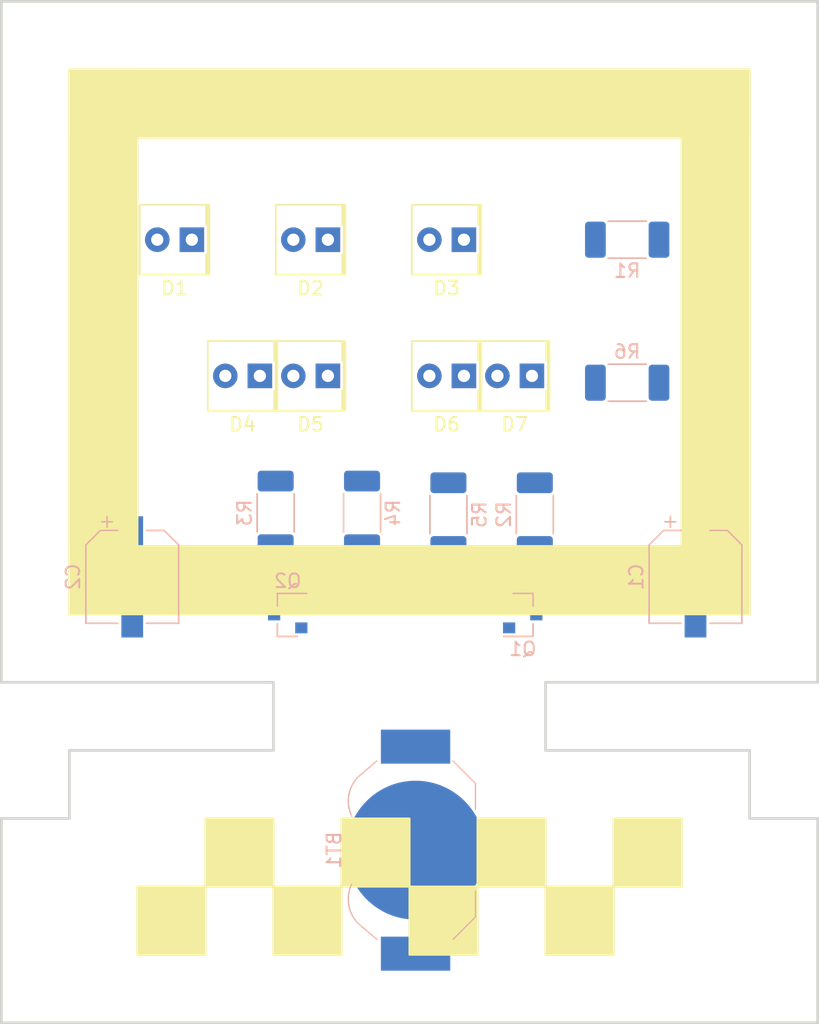
<source format=kicad_pcb>
(kicad_pcb (version 20171130) (host pcbnew "(6.0.0-rc1-dev-1198-gf6cdcc1db)")

  (general
    (thickness 1.6)
    (drawings 28)
    (tracks 0)
    (zones 0)
    (modules 18)
    (nets 14)
  )

  (page A4)
  (layers
    (0 F.Cu signal)
    (31 B.Cu signal)
    (32 B.Adhes user)
    (33 F.Adhes user)
    (34 B.Paste user)
    (35 F.Paste user hide)
    (36 B.SilkS user)
    (37 F.SilkS user hide)
    (38 B.Mask user)
    (39 F.Mask user hide)
    (40 Dwgs.User user hide)
    (41 Cmts.User user hide)
    (42 Eco1.User user hide)
    (43 Eco2.User user hide)
    (44 Edge.Cuts user)
    (45 Margin user hide)
    (46 B.CrtYd user)
    (47 F.CrtYd user hide)
    (48 B.Fab user)
    (49 F.Fab user)
  )

  (setup
    (last_trace_width 0.25)
    (trace_clearance 0.2)
    (zone_clearance 0.508)
    (zone_45_only no)
    (trace_min 0.2)
    (via_size 0.8)
    (via_drill 0.4)
    (via_min_size 0.4)
    (via_min_drill 0.3)
    (uvia_size 0.3)
    (uvia_drill 0.1)
    (uvias_allowed no)
    (uvia_min_size 0.2)
    (uvia_min_drill 0.1)
    (edge_width 0.2)
    (segment_width 0.2)
    (pcb_text_width 0.3)
    (pcb_text_size 1.5 1.5)
    (mod_edge_width 0.15)
    (mod_text_size 1 1)
    (mod_text_width 0.15)
    (pad_size 1.524 1.524)
    (pad_drill 0.762)
    (pad_to_mask_clearance 0.051)
    (solder_mask_min_width 0.25)
    (aux_axis_origin 0 0)
    (grid_origin 22 22)
    (visible_elements FFFFEF7F)
    (pcbplotparams
      (layerselection 0x010fc_ffffffff)
      (usegerberextensions false)
      (usegerberattributes false)
      (usegerberadvancedattributes false)
      (creategerberjobfile false)
      (excludeedgelayer true)
      (linewidth 0.100000)
      (plotframeref false)
      (viasonmask false)
      (mode 1)
      (useauxorigin false)
      (hpglpennumber 1)
      (hpglpenspeed 20)
      (hpglpendiameter 15.000000)
      (psnegative false)
      (psa4output false)
      (plotreference true)
      (plotvalue true)
      (plotinvisibletext false)
      (padsonsilk false)
      (subtractmaskfromsilk false)
      (outputformat 1)
      (mirror false)
      (drillshape 1)
      (scaleselection 1)
      (outputdirectory ""))
  )

  (net 0 "")
  (net 1 VCC)
  (net 2 GND)
  (net 3 "Net-(C1-Pad1)")
  (net 4 "Net-(C1-Pad2)")
  (net 5 "Net-(C2-Pad2)")
  (net 6 "Net-(C2-Pad1)")
  (net 7 "Net-(D1-Pad1)")
  (net 8 "Net-(D2-Pad1)")
  (net 9 "Net-(D3-Pad1)")
  (net 10 "Net-(D4-Pad1)")
  (net 11 "Net-(D5-Pad1)")
  (net 12 "Net-(D6-Pad1)")
  (net 13 "Net-(D7-Pad1)")

  (net_class Default "This is the default net class."
    (clearance 0.2)
    (trace_width 0.25)
    (via_dia 0.8)
    (via_drill 0.4)
    (uvia_dia 0.3)
    (uvia_drill 0.1)
    (add_net GND)
    (add_net "Net-(C1-Pad1)")
    (add_net "Net-(C1-Pad2)")
    (add_net "Net-(C2-Pad1)")
    (add_net "Net-(C2-Pad2)")
    (add_net "Net-(D1-Pad1)")
    (add_net "Net-(D2-Pad1)")
    (add_net "Net-(D3-Pad1)")
    (add_net "Net-(D4-Pad1)")
    (add_net "Net-(D5-Pad1)")
    (add_net "Net-(D6-Pad1)")
    (add_net "Net-(D7-Pad1)")
    (add_net VCC)
  )

  (module LED_THT:LED_Rectangular_W5.0mm_H5.0mm (layer F.Cu) (tedit 587A3A7B) (tstamp 5C0BE7BB)
    (at 46 39.5 180)
    (descr "LED_Rectangular, Rectangular,  Rectangular size 5.0x5.0mm^2, 2 pins, http://www.kingbright.com/attachments/file/psearch/000/00/00/L-169XCGDK(Ver.9B).pdf")
    (tags "LED_Rectangular Rectangular  Rectangular size 5.0x5.0mm^2 2 pins")
    (path /5BF4BD21)
    (fp_text reference D6 (at 1.27 -3.56 180) (layer F.SilkS)
      (effects (font (size 1 1) (thickness 0.15)))
    )
    (fp_text value LED (at 1.27 3.56 180) (layer F.Fab)
      (effects (font (size 1 1) (thickness 0.15)))
    )
    (fp_line (start 4.1 -2.85) (end -1.55 -2.85) (layer F.CrtYd) (width 0.05))
    (fp_line (start 4.1 2.85) (end 4.1 -2.85) (layer F.CrtYd) (width 0.05))
    (fp_line (start -1.55 2.85) (end 4.1 2.85) (layer F.CrtYd) (width 0.05))
    (fp_line (start -1.55 -2.85) (end -1.55 2.85) (layer F.CrtYd) (width 0.05))
    (fp_line (start -1.051 1.08) (end -1.051 2.56) (layer F.SilkS) (width 0.12))
    (fp_line (start -1.051 -2.56) (end -1.051 -1.08) (layer F.SilkS) (width 0.12))
    (fp_line (start -1.17 -2.56) (end -1.17 2.56) (layer F.SilkS) (width 0.12))
    (fp_line (start 3.83 -2.56) (end 3.83 2.56) (layer F.SilkS) (width 0.12))
    (fp_line (start -1.29 -2.56) (end -1.29 2.56) (layer F.SilkS) (width 0.12))
    (fp_line (start -1.29 2.56) (end 3.83 2.56) (layer F.SilkS) (width 0.12))
    (fp_line (start -1.29 -2.56) (end 3.83 -2.56) (layer F.SilkS) (width 0.12))
    (fp_line (start 3.77 -2.5) (end -1.23 -2.5) (layer F.Fab) (width 0.1))
    (fp_line (start 3.77 2.5) (end 3.77 -2.5) (layer F.Fab) (width 0.1))
    (fp_line (start -1.23 2.5) (end 3.77 2.5) (layer F.Fab) (width 0.1))
    (fp_line (start -1.23 -2.5) (end -1.23 2.5) (layer F.Fab) (width 0.1))
    (pad 2 thru_hole circle (at 2.54 0 180) (size 1.8 1.8) (drill 0.9) (layers *.Cu *.Mask)
      (net 11 "Net-(D5-Pad1)"))
    (pad 1 thru_hole rect (at 0 0 180) (size 1.8 1.8) (drill 0.9) (layers *.Cu *.Mask)
      (net 12 "Net-(D6-Pad1)"))
    (model ${KISYS3DMOD}/LED_THT.3dshapes/LED_Rectangular_W5.0mm_H5.0mm.wrl
      (at (xyz 0 0 0))
      (scale (xyz 1 1 1))
      (rotate (xyz 0 0 0))
    )
  )

  (module Battery:BatteryHolder_LINX_BAT-HLD-012-SMT (layer B.Cu) (tedit 5B256044) (tstamp 5BF5735D)
    (at 42.447 74.324 90)
    (descr "SMT battery holder for CR1216/1220/1225, https://linxtechnologies.com/wp/wp-content/uploads/bat-hld-012-smt.pdf")
    (tags "battery holder coin cell cr1216 cr1220 cr1225")
    (path /5BF3CB03)
    (attr smd)
    (fp_text reference BT1 (at 0 -6 90) (layer B.SilkS)
      (effects (font (size 1 1) (thickness 0.15)) (justify mirror))
    )
    (fp_text value Battery_Cell (at 0 7 90) (layer B.Fab)
      (effects (font (size 1 1) (thickness 0.15)) (justify mirror))
    )
    (fp_line (start 6.55 -2.85) (end 5.4 -4.2) (layer B.SilkS) (width 0.1))
    (fp_line (start -6.55 -2.85) (end -5.4 -4.2) (layer B.SilkS) (width 0.1))
    (fp_line (start -4.9 4.4) (end -3 4.4) (layer B.SilkS) (width 0.1))
    (fp_line (start 4.9 4.4) (end 3 4.4) (layer B.SilkS) (width 0.1))
    (fp_line (start 4.9 4.4) (end 6.55 2.75) (layer B.SilkS) (width 0.1))
    (fp_line (start -6.55 2.75) (end -4.9 4.4) (layer B.SilkS) (width 0.1))
    (fp_line (start 6.55 2.75) (end 6.75 2.75) (layer B.Fab) (width 0.1))
    (fp_line (start 6.55 2.75) (end 6.7 2.9) (layer B.Fab) (width 0.1))
    (fp_line (start 5.05 4.55) (end 4.9 4.4) (layer B.Fab) (width 0.1))
    (fp_line (start -5.05 4.55) (end -4.9 4.4) (layer B.Fab) (width 0.1))
    (fp_line (start -6.55 2.75) (end -6.7 2.9) (layer B.Fab) (width 0.1))
    (fp_line (start -6.75 2.75) (end -6.55 2.75) (layer B.Fab) (width 0.1))
    (fp_line (start 6.75 -2.85) (end 6.55 -2.85) (layer B.Fab) (width 0.1))
    (fp_line (start -6.75 -2.85) (end -6.55 -2.85) (layer B.Fab) (width 0.1))
    (fp_line (start -3.55 -6.75) (end -7.25 -3.05) (layer B.CrtYd) (width 0.05))
    (fp_line (start 3.55 -6.75) (end 7.25 -3.05) (layer B.CrtYd) (width 0.05))
    (fp_line (start -3.55 -6.75) (end 3.55 -6.75) (layer B.CrtYd) (width 0.05))
    (fp_line (start 9.35 -3.05) (end 7.25 -3.05) (layer B.CrtYd) (width 0.05))
    (fp_line (start 9.35 3.05) (end 9.35 -3.05) (layer B.CrtYd) (width 0.05))
    (fp_line (start 7.25 3.05) (end 9.35 3.05) (layer B.CrtYd) (width 0.05))
    (fp_line (start 3.55 6.75) (end 7.25 3.05) (layer B.CrtYd) (width 0.05))
    (fp_line (start -3.55 6.75) (end 3.55 6.75) (layer B.CrtYd) (width 0.05))
    (fp_line (start -7.25 3.05) (end -3.55 6.75) (layer B.CrtYd) (width 0.05))
    (fp_line (start -9.35 -3.05) (end -7.25 -3.05) (layer B.CrtYd) (width 0.05))
    (fp_line (start -9.35 3.05) (end -7.25 3.05) (layer B.CrtYd) (width 0.05))
    (fp_line (start -9.35 -3.05) (end -9.35 3.05) (layer B.CrtYd) (width 0.05))
    (fp_circle (center 0 0) (end -6.25 0) (layer B.Fab) (width 0.1))
    (fp_arc (start 0 -6) (end -1.8 -4.2) (angle -90) (layer B.Fab) (width 0.1))
    (fp_arc (start 3.6 -2.4) (end 5.4 -4.2) (angle -70.55996517) (layer B.SilkS) (width 0.1))
    (fp_line (start 6.55 -2.85) (end 5.4 -4.2) (layer B.Fab) (width 0.1))
    (fp_line (start -6.55 -2.85) (end -5.4 -4.2) (layer B.Fab) (width 0.1))
    (fp_line (start -6.55 2.75) (end -4.9 4.4) (layer B.Fab) (width 0.1))
    (fp_line (start -6.55 -2.85) (end -6.55 2.75) (layer B.Fab) (width 0.1))
    (fp_line (start 6.55 2.75) (end 4.9 4.4) (layer B.Fab) (width 0.1))
    (fp_line (start 6.55 -2.85) (end 6.55 2.75) (layer B.Fab) (width 0.1))
    (fp_line (start 6.7 2.9) (end 5.05 4.55) (layer B.Fab) (width 0.1))
    (fp_line (start -6.7 2.9) (end -5.05 4.55) (layer B.Fab) (width 0.1))
    (fp_line (start 4.9 4.4) (end -4.9 4.4) (layer B.Fab) (width 0.1))
    (fp_line (start 6.75 -2.85) (end 6.75 2.75) (layer B.Fab) (width 0.1))
    (fp_line (start -6.75 -2.85) (end -6.75 2.75) (layer B.Fab) (width 0.1))
    (fp_line (start 7.65 2.55) (end 6.75 2.55) (layer B.Fab) (width 0.1))
    (fp_line (start 7.65 0.55) (end 7.65 2.55) (layer B.Fab) (width 0.1))
    (fp_line (start 6.75 0.55) (end 7.65 0.55) (layer B.Fab) (width 0.1))
    (fp_line (start 7.65 -0.55) (end 6.75 -0.55) (layer B.Fab) (width 0.1))
    (fp_line (start 7.65 -2.55) (end 7.65 -0.55) (layer B.Fab) (width 0.1))
    (fp_line (start 6.75 -2.55) (end 7.65 -2.55) (layer B.Fab) (width 0.1))
    (fp_line (start -7.65 -2.55) (end -6.75 -2.55) (layer B.Fab) (width 0.1))
    (fp_line (start -7.65 -0.55) (end -7.65 -2.55) (layer B.Fab) (width 0.1))
    (fp_line (start -6.75 -0.55) (end -7.65 -0.55) (layer B.Fab) (width 0.1))
    (fp_line (start -7.65 0.55) (end -6.75 0.55) (layer B.Fab) (width 0.1))
    (fp_line (start -7.65 2.55) (end -6.75 2.55) (layer B.Fab) (width 0.1))
    (fp_line (start -7.65 2.55) (end -7.65 0.55) (layer B.Fab) (width 0.1))
    (fp_text user %R (at 0 0 90) (layer B.Fab)
      (effects (font (size 1 1) (thickness 0.15)) (justify mirror))
    )
    (fp_arc (start 3.6 -2.4) (end 5.4 -4.2) (angle -90) (layer B.Fab) (width 0.1))
    (fp_arc (start -3.6 -2.4) (end -1.8 -4.2) (angle -90) (layer B.Fab) (width 0.1))
    (fp_arc (start -3.6 -2.4) (end -5.4 -4.2) (angle 70.5) (layer B.SilkS) (width 0.1))
    (pad 1 smd rect (at -7.6 0 90) (size 2.5 5.1) (layers B.Cu B.Paste B.Mask)
      (net 1 VCC))
    (pad 1 smd rect (at 7.6 0 90) (size 2.5 5.1) (layers B.Cu B.Paste B.Mask)
      (net 1 VCC))
    (pad 2 smd circle (at 0 0 90) (size 10.2 10.2) (layers B.Cu B.Paste B.Mask)
      (net 2 GND))
    (model ${KISYS3DMOD}/Battery.3dshapes/BatteryHolder_LINX_BAT-HLD-012-SMT.wrl
      (at (xyz 0 0 0))
      (scale (xyz 1 1 1))
      (rotate (xyz 0 0 0))
    )
  )

  (module Capacitor_SMD:CP_Elec_6.3x5.4_Nichicon (layer B.Cu) (tedit 5A841F9D) (tstamp 5BFF9834)
    (at 63.021 54.258 270)
    (descr "SMT capacitor, aluminium electrolytic, 6.3x5.4, Nichicon ")
    (tags "Capacitor Electrolytic")
    (path /5BF35CC3)
    (attr smd)
    (fp_text reference C1 (at 0 4.35 270) (layer B.SilkS)
      (effects (font (size 1 1) (thickness 0.15)) (justify mirror))
    )
    (fp_text value 100uF (at 0 -4.35 270) (layer B.Fab)
      (effects (font (size 1 1) (thickness 0.15)) (justify mirror))
    )
    (fp_circle (center 0 0) (end 3.15 0) (layer B.Fab) (width 0.1))
    (fp_line (start 3.3 3.3) (end 3.3 -3.3) (layer B.Fab) (width 0.1))
    (fp_line (start -2.3 3.3) (end 3.3 3.3) (layer B.Fab) (width 0.1))
    (fp_line (start -2.3 -3.3) (end 3.3 -3.3) (layer B.Fab) (width 0.1))
    (fp_line (start -3.3 2.3) (end -3.3 -2.3) (layer B.Fab) (width 0.1))
    (fp_line (start -3.3 2.3) (end -2.3 3.3) (layer B.Fab) (width 0.1))
    (fp_line (start -3.3 -2.3) (end -2.3 -3.3) (layer B.Fab) (width 0.1))
    (fp_line (start -2.704838 1.33) (end -2.074838 1.33) (layer B.Fab) (width 0.1))
    (fp_line (start -2.389838 1.645) (end -2.389838 1.015) (layer B.Fab) (width 0.1))
    (fp_line (start 3.41 -3.41) (end 3.41 -1.06) (layer B.SilkS) (width 0.12))
    (fp_line (start 3.41 3.41) (end 3.41 1.06) (layer B.SilkS) (width 0.12))
    (fp_line (start -2.345563 3.41) (end 3.41 3.41) (layer B.SilkS) (width 0.12))
    (fp_line (start -2.345563 -3.41) (end 3.41 -3.41) (layer B.SilkS) (width 0.12))
    (fp_line (start -3.41 -2.345563) (end -3.41 -1.06) (layer B.SilkS) (width 0.12))
    (fp_line (start -3.41 2.345563) (end -3.41 1.06) (layer B.SilkS) (width 0.12))
    (fp_line (start -3.41 2.345563) (end -2.345563 3.41) (layer B.SilkS) (width 0.12))
    (fp_line (start -3.41 -2.345563) (end -2.345563 -3.41) (layer B.SilkS) (width 0.12))
    (fp_line (start -4.4375 1.8475) (end -3.65 1.8475) (layer B.SilkS) (width 0.12))
    (fp_line (start -4.04375 2.24125) (end -4.04375 1.45375) (layer B.SilkS) (width 0.12))
    (fp_line (start 3.55 3.55) (end 3.55 1.05) (layer B.CrtYd) (width 0.05))
    (fp_line (start 3.55 1.05) (end 4.7 1.05) (layer B.CrtYd) (width 0.05))
    (fp_line (start 4.7 1.05) (end 4.7 -1.05) (layer B.CrtYd) (width 0.05))
    (fp_line (start 4.7 -1.05) (end 3.55 -1.05) (layer B.CrtYd) (width 0.05))
    (fp_line (start 3.55 -1.05) (end 3.55 -3.55) (layer B.CrtYd) (width 0.05))
    (fp_line (start -2.4 -3.55) (end 3.55 -3.55) (layer B.CrtYd) (width 0.05))
    (fp_line (start -2.4 3.55) (end 3.55 3.55) (layer B.CrtYd) (width 0.05))
    (fp_line (start -3.55 -2.4) (end -2.4 -3.55) (layer B.CrtYd) (width 0.05))
    (fp_line (start -3.55 2.4) (end -2.4 3.55) (layer B.CrtYd) (width 0.05))
    (fp_line (start -3.55 2.4) (end -3.55 1.05) (layer B.CrtYd) (width 0.05))
    (fp_line (start -3.55 -1.05) (end -3.55 -2.4) (layer B.CrtYd) (width 0.05))
    (fp_line (start -3.55 1.05) (end -4.7 1.05) (layer B.CrtYd) (width 0.05))
    (fp_line (start -4.7 1.05) (end -4.7 -1.05) (layer B.CrtYd) (width 0.05))
    (fp_line (start -4.7 -1.05) (end -3.55 -1.05) (layer B.CrtYd) (width 0.05))
    (fp_text user %R (at 0 0 270) (layer B.Fab)
      (effects (font (size 1 1) (thickness 0.15)) (justify mirror))
    )
    (pad 1 smd rect (at -2.7 0 270) (size 3.5 1.6) (layers B.Cu B.Paste B.Mask)
      (net 3 "Net-(C1-Pad1)"))
    (pad 2 smd rect (at 2.7 0 270) (size 3.5 1.6) (layers B.Cu B.Paste B.Mask)
      (net 4 "Net-(C1-Pad2)"))
    (model ${KISYS3DMOD}/Capacitor_SMD.3dshapes/CP_Elec_6.3x5.4_Nichicon.wrl
      (at (xyz 0 0 0))
      (scale (xyz 1 1 1))
      (rotate (xyz 0 0 0))
    )
  )

  (module Capacitor_SMD:CP_Elec_6.3x5.4_Nichicon (layer B.Cu) (tedit 5A841F9D) (tstamp 5BFF985C)
    (at 21.619 54.258 270)
    (descr "SMT capacitor, aluminium electrolytic, 6.3x5.4, Nichicon ")
    (tags "Capacitor Electrolytic")
    (path /5BF35E94)
    (attr smd)
    (fp_text reference C2 (at 0 4.35 270) (layer B.SilkS)
      (effects (font (size 1 1) (thickness 0.15)) (justify mirror))
    )
    (fp_text value 100mF (at 0 -4.35 270) (layer B.Fab)
      (effects (font (size 1 1) (thickness 0.15)) (justify mirror))
    )
    (fp_text user %R (at 0 0 270) (layer B.Fab)
      (effects (font (size 1 1) (thickness 0.15)) (justify mirror))
    )
    (fp_line (start -4.7 -1.05) (end -3.55 -1.05) (layer B.CrtYd) (width 0.05))
    (fp_line (start -4.7 1.05) (end -4.7 -1.05) (layer B.CrtYd) (width 0.05))
    (fp_line (start -3.55 1.05) (end -4.7 1.05) (layer B.CrtYd) (width 0.05))
    (fp_line (start -3.55 -1.05) (end -3.55 -2.4) (layer B.CrtYd) (width 0.05))
    (fp_line (start -3.55 2.4) (end -3.55 1.05) (layer B.CrtYd) (width 0.05))
    (fp_line (start -3.55 2.4) (end -2.4 3.55) (layer B.CrtYd) (width 0.05))
    (fp_line (start -3.55 -2.4) (end -2.4 -3.55) (layer B.CrtYd) (width 0.05))
    (fp_line (start -2.4 3.55) (end 3.55 3.55) (layer B.CrtYd) (width 0.05))
    (fp_line (start -2.4 -3.55) (end 3.55 -3.55) (layer B.CrtYd) (width 0.05))
    (fp_line (start 3.55 -1.05) (end 3.55 -3.55) (layer B.CrtYd) (width 0.05))
    (fp_line (start 4.7 -1.05) (end 3.55 -1.05) (layer B.CrtYd) (width 0.05))
    (fp_line (start 4.7 1.05) (end 4.7 -1.05) (layer B.CrtYd) (width 0.05))
    (fp_line (start 3.55 1.05) (end 4.7 1.05) (layer B.CrtYd) (width 0.05))
    (fp_line (start 3.55 3.55) (end 3.55 1.05) (layer B.CrtYd) (width 0.05))
    (fp_line (start -4.04375 2.24125) (end -4.04375 1.45375) (layer B.SilkS) (width 0.12))
    (fp_line (start -4.4375 1.8475) (end -3.65 1.8475) (layer B.SilkS) (width 0.12))
    (fp_line (start -3.41 -2.345563) (end -2.345563 -3.41) (layer B.SilkS) (width 0.12))
    (fp_line (start -3.41 2.345563) (end -2.345563 3.41) (layer B.SilkS) (width 0.12))
    (fp_line (start -3.41 2.345563) (end -3.41 1.06) (layer B.SilkS) (width 0.12))
    (fp_line (start -3.41 -2.345563) (end -3.41 -1.06) (layer B.SilkS) (width 0.12))
    (fp_line (start -2.345563 -3.41) (end 3.41 -3.41) (layer B.SilkS) (width 0.12))
    (fp_line (start -2.345563 3.41) (end 3.41 3.41) (layer B.SilkS) (width 0.12))
    (fp_line (start 3.41 3.41) (end 3.41 1.06) (layer B.SilkS) (width 0.12))
    (fp_line (start 3.41 -3.41) (end 3.41 -1.06) (layer B.SilkS) (width 0.12))
    (fp_line (start -2.389838 1.645) (end -2.389838 1.015) (layer B.Fab) (width 0.1))
    (fp_line (start -2.704838 1.33) (end -2.074838 1.33) (layer B.Fab) (width 0.1))
    (fp_line (start -3.3 -2.3) (end -2.3 -3.3) (layer B.Fab) (width 0.1))
    (fp_line (start -3.3 2.3) (end -2.3 3.3) (layer B.Fab) (width 0.1))
    (fp_line (start -3.3 2.3) (end -3.3 -2.3) (layer B.Fab) (width 0.1))
    (fp_line (start -2.3 -3.3) (end 3.3 -3.3) (layer B.Fab) (width 0.1))
    (fp_line (start -2.3 3.3) (end 3.3 3.3) (layer B.Fab) (width 0.1))
    (fp_line (start 3.3 3.3) (end 3.3 -3.3) (layer B.Fab) (width 0.1))
    (fp_circle (center 0 0) (end 3.15 0) (layer B.Fab) (width 0.1))
    (pad 2 smd rect (at 2.7 0 270) (size 3.5 1.6) (layers B.Cu B.Paste B.Mask)
      (net 5 "Net-(C2-Pad2)"))
    (pad 1 smd rect (at -2.7 0 270) (size 3.5 1.6) (layers B.Cu B.Paste B.Mask)
      (net 6 "Net-(C2-Pad1)"))
    (model ${KISYS3DMOD}/Capacitor_SMD.3dshapes/CP_Elec_6.3x5.4_Nichicon.wrl
      (at (xyz 0 0 0))
      (scale (xyz 1 1 1))
      (rotate (xyz 0 0 0))
    )
  )

  (module Package_TO_SOT_SMD:SOT-23 (layer B.Cu) (tedit 5A02FF57) (tstamp 5BFF98FD)
    (at 33.049 57.052 180)
    (descr "SOT-23, Standard")
    (tags SOT-23)
    (path /5BF48FC8)
    (attr smd)
    (fp_text reference Q2 (at 0 2.5 180) (layer B.SilkS)
      (effects (font (size 1 1) (thickness 0.15)) (justify mirror))
    )
    (fp_text value MMBT3904 (at 0 -2.5 180) (layer B.Fab)
      (effects (font (size 1 1) (thickness 0.15)) (justify mirror))
    )
    (fp_text user %R (at 0 0 90) (layer B.Fab)
      (effects (font (size 0.5 0.5) (thickness 0.075)) (justify mirror))
    )
    (fp_line (start -0.7 0.95) (end -0.7 -1.5) (layer B.Fab) (width 0.1))
    (fp_line (start -0.15 1.52) (end 0.7 1.52) (layer B.Fab) (width 0.1))
    (fp_line (start -0.7 0.95) (end -0.15 1.52) (layer B.Fab) (width 0.1))
    (fp_line (start 0.7 1.52) (end 0.7 -1.52) (layer B.Fab) (width 0.1))
    (fp_line (start -0.7 -1.52) (end 0.7 -1.52) (layer B.Fab) (width 0.1))
    (fp_line (start 0.76 -1.58) (end 0.76 -0.65) (layer B.SilkS) (width 0.12))
    (fp_line (start 0.76 1.58) (end 0.76 0.65) (layer B.SilkS) (width 0.12))
    (fp_line (start -1.7 1.75) (end 1.7 1.75) (layer B.CrtYd) (width 0.05))
    (fp_line (start 1.7 1.75) (end 1.7 -1.75) (layer B.CrtYd) (width 0.05))
    (fp_line (start 1.7 -1.75) (end -1.7 -1.75) (layer B.CrtYd) (width 0.05))
    (fp_line (start -1.7 -1.75) (end -1.7 1.75) (layer B.CrtYd) (width 0.05))
    (fp_line (start 0.76 1.58) (end -1.4 1.58) (layer B.SilkS) (width 0.12))
    (fp_line (start 0.76 -1.58) (end -0.7 -1.58) (layer B.SilkS) (width 0.12))
    (pad 1 smd rect (at -1 0.95 180) (size 0.9 0.8) (layers B.Cu B.Paste B.Mask)
      (net 3 "Net-(C1-Pad1)"))
    (pad 2 smd rect (at -1 -0.95 180) (size 0.9 0.8) (layers B.Cu B.Paste B.Mask)
      (net 2 GND))
    (pad 3 smd rect (at 1 0 180) (size 0.9 0.8) (layers B.Cu B.Paste B.Mask)
      (net 5 "Net-(C2-Pad2)"))
    (model ${KISYS3DMOD}/Package_TO_SOT_SMD.3dshapes/SOT-23.wrl
      (at (xyz 0 0 0))
      (scale (xyz 1 1 1))
      (rotate (xyz 0 0 0))
    )
  )

  (module Package_TO_SOT_SMD:SOT-23 (layer B.Cu) (tedit 5A02FF57) (tstamp 5BFF98E8)
    (at 50.321 57.052)
    (descr "SOT-23, Standard")
    (tags SOT-23)
    (path /5BF490FA)
    (attr smd)
    (fp_text reference Q1 (at 0 2.5) (layer B.SilkS)
      (effects (font (size 1 1) (thickness 0.15)) (justify mirror))
    )
    (fp_text value MMBT3904 (at 0 -2.5) (layer B.Fab)
      (effects (font (size 1 1) (thickness 0.15)) (justify mirror))
    )
    (fp_line (start 0.76 -1.58) (end -0.7 -1.58) (layer B.SilkS) (width 0.12))
    (fp_line (start 0.76 1.58) (end -1.4 1.58) (layer B.SilkS) (width 0.12))
    (fp_line (start -1.7 -1.75) (end -1.7 1.75) (layer B.CrtYd) (width 0.05))
    (fp_line (start 1.7 -1.75) (end -1.7 -1.75) (layer B.CrtYd) (width 0.05))
    (fp_line (start 1.7 1.75) (end 1.7 -1.75) (layer B.CrtYd) (width 0.05))
    (fp_line (start -1.7 1.75) (end 1.7 1.75) (layer B.CrtYd) (width 0.05))
    (fp_line (start 0.76 1.58) (end 0.76 0.65) (layer B.SilkS) (width 0.12))
    (fp_line (start 0.76 -1.58) (end 0.76 -0.65) (layer B.SilkS) (width 0.12))
    (fp_line (start -0.7 -1.52) (end 0.7 -1.52) (layer B.Fab) (width 0.1))
    (fp_line (start 0.7 1.52) (end 0.7 -1.52) (layer B.Fab) (width 0.1))
    (fp_line (start -0.7 0.95) (end -0.15 1.52) (layer B.Fab) (width 0.1))
    (fp_line (start -0.15 1.52) (end 0.7 1.52) (layer B.Fab) (width 0.1))
    (fp_line (start -0.7 0.95) (end -0.7 -1.5) (layer B.Fab) (width 0.1))
    (fp_text user %R (at 0 0 -90) (layer B.Fab)
      (effects (font (size 0.5 0.5) (thickness 0.075)) (justify mirror))
    )
    (pad 3 smd rect (at 1 0) (size 0.9 0.8) (layers B.Cu B.Paste B.Mask)
      (net 4 "Net-(C1-Pad2)"))
    (pad 2 smd rect (at -1 -0.95) (size 0.9 0.8) (layers B.Cu B.Paste B.Mask)
      (net 2 GND))
    (pad 1 smd rect (at -1 0.95) (size 0.9 0.8) (layers B.Cu B.Paste B.Mask)
      (net 6 "Net-(C2-Pad1)"))
    (model ${KISYS3DMOD}/Package_TO_SOT_SMD.3dshapes/SOT-23.wrl
      (at (xyz 0 0 0))
      (scale (xyz 1 1 1))
      (rotate (xyz 0 0 0))
    )
  )

  (module Resistor_SMD:R_2010_5025Metric_Pad1.52x2.65mm_HandSolder (layer B.Cu) (tedit 5B301BBD) (tstamp 5BFFDA86)
    (at 58 29.5)
    (descr "Resistor SMD 2010 (5025 Metric), square (rectangular) end terminal, IPC_7351 nominal with elongated pad for handsoldering. (Body size source: http://www.tortai-tech.com/upload/download/2011102023233369053.pdf), generated with kicad-footprint-generator")
    (tags "resistor handsolder")
    (path /5BF386D1)
    (attr smd)
    (fp_text reference R1 (at 0 2.28) (layer B.SilkS)
      (effects (font (size 1 1) (thickness 0.15)) (justify mirror))
    )
    (fp_text value 220 (at 0 -2.28) (layer B.Fab)
      (effects (font (size 1 1) (thickness 0.15)) (justify mirror))
    )
    (fp_text user %R (at 0 0) (layer B.Fab)
      (effects (font (size 1 1) (thickness 0.15)) (justify mirror))
    )
    (fp_line (start 3.35 -1.58) (end -3.35 -1.58) (layer B.CrtYd) (width 0.05))
    (fp_line (start 3.35 1.58) (end 3.35 -1.58) (layer B.CrtYd) (width 0.05))
    (fp_line (start -3.35 1.58) (end 3.35 1.58) (layer B.CrtYd) (width 0.05))
    (fp_line (start -3.35 -1.58) (end -3.35 1.58) (layer B.CrtYd) (width 0.05))
    (fp_line (start -1.402064 -1.36) (end 1.402064 -1.36) (layer B.SilkS) (width 0.12))
    (fp_line (start -1.402064 1.36) (end 1.402064 1.36) (layer B.SilkS) (width 0.12))
    (fp_line (start 2.5 -1.25) (end -2.5 -1.25) (layer B.Fab) (width 0.1))
    (fp_line (start 2.5 1.25) (end 2.5 -1.25) (layer B.Fab) (width 0.1))
    (fp_line (start -2.5 1.25) (end 2.5 1.25) (layer B.Fab) (width 0.1))
    (fp_line (start -2.5 -1.25) (end -2.5 1.25) (layer B.Fab) (width 0.1))
    (pad 2 smd roundrect (at 2.3375 0) (size 1.525 2.65) (layers B.Cu B.Paste B.Mask) (roundrect_rratio 0.163934)
      (net 9 "Net-(D3-Pad1)"))
    (pad 1 smd roundrect (at -2.3375 0) (size 1.525 2.65) (layers B.Cu B.Paste B.Mask) (roundrect_rratio 0.163934)
      (net 4 "Net-(C1-Pad2)"))
    (model ${KISYS3DMOD}/Resistor_SMD.3dshapes/R_2010_5025Metric.wrl
      (at (xyz 0 0 0))
      (scale (xyz 1 1 1))
      (rotate (xyz 0 0 0))
    )
  )

  (module Resistor_SMD:R_2010_5025Metric_Pad1.52x2.65mm_HandSolder (layer B.Cu) (tedit 5B301BBD) (tstamp 5BFFDA96)
    (at 51.21 49.686 270)
    (descr "Resistor SMD 2010 (5025 Metric), square (rectangular) end terminal, IPC_7351 nominal with elongated pad for handsoldering. (Body size source: http://www.tortai-tech.com/upload/download/2011102023233369053.pdf), generated with kicad-footprint-generator")
    (tags "resistor handsolder")
    (path /5BF31F1D)
    (attr smd)
    (fp_text reference R2 (at 0 2.28 270) (layer B.SilkS)
      (effects (font (size 1 1) (thickness 0.15)) (justify mirror))
    )
    (fp_text value 10K (at 0 -2.28 270) (layer B.Fab)
      (effects (font (size 1 1) (thickness 0.15)) (justify mirror))
    )
    (fp_line (start -2.5 -1.25) (end -2.5 1.25) (layer B.Fab) (width 0.1))
    (fp_line (start -2.5 1.25) (end 2.5 1.25) (layer B.Fab) (width 0.1))
    (fp_line (start 2.5 1.25) (end 2.5 -1.25) (layer B.Fab) (width 0.1))
    (fp_line (start 2.5 -1.25) (end -2.5 -1.25) (layer B.Fab) (width 0.1))
    (fp_line (start -1.402064 1.36) (end 1.402064 1.36) (layer B.SilkS) (width 0.12))
    (fp_line (start -1.402064 -1.36) (end 1.402064 -1.36) (layer B.SilkS) (width 0.12))
    (fp_line (start -3.35 -1.58) (end -3.35 1.58) (layer B.CrtYd) (width 0.05))
    (fp_line (start -3.35 1.58) (end 3.35 1.58) (layer B.CrtYd) (width 0.05))
    (fp_line (start 3.35 1.58) (end 3.35 -1.58) (layer B.CrtYd) (width 0.05))
    (fp_line (start 3.35 -1.58) (end -3.35 -1.58) (layer B.CrtYd) (width 0.05))
    (fp_text user %R (at 0 0 270) (layer B.Fab)
      (effects (font (size 1 1) (thickness 0.15)) (justify mirror))
    )
    (pad 1 smd roundrect (at -2.3375 0 270) (size 1.525 2.65) (layers B.Cu B.Paste B.Mask) (roundrect_rratio 0.163934)
      (net 4 "Net-(C1-Pad2)"))
    (pad 2 smd roundrect (at 2.3375 0 270) (size 1.525 2.65) (layers B.Cu B.Paste B.Mask) (roundrect_rratio 0.163934)
      (net 1 VCC))
    (model ${KISYS3DMOD}/Resistor_SMD.3dshapes/R_2010_5025Metric.wrl
      (at (xyz 0 0 0))
      (scale (xyz 1 1 1))
      (rotate (xyz 0 0 0))
    )
  )

  (module Resistor_SMD:R_2010_5025Metric_Pad1.52x2.65mm_HandSolder (layer B.Cu) (tedit 5B301BBD) (tstamp 5BFFDAA6)
    (at 32.16 49.559 270)
    (descr "Resistor SMD 2010 (5025 Metric), square (rectangular) end terminal, IPC_7351 nominal with elongated pad for handsoldering. (Body size source: http://www.tortai-tech.com/upload/download/2011102023233369053.pdf), generated with kicad-footprint-generator")
    (tags "resistor handsolder")
    (path /5BF3202B)
    (attr smd)
    (fp_text reference R3 (at 0 2.28 270) (layer B.SilkS)
      (effects (font (size 1 1) (thickness 0.15)) (justify mirror))
    )
    (fp_text value 10K (at 0 -2.28 270) (layer B.Fab)
      (effects (font (size 1 1) (thickness 0.15)) (justify mirror))
    )
    (fp_text user %R (at 0 0 270) (layer B.Fab)
      (effects (font (size 1 1) (thickness 0.15)) (justify mirror))
    )
    (fp_line (start 3.35 -1.58) (end -3.35 -1.58) (layer B.CrtYd) (width 0.05))
    (fp_line (start 3.35 1.58) (end 3.35 -1.58) (layer B.CrtYd) (width 0.05))
    (fp_line (start -3.35 1.58) (end 3.35 1.58) (layer B.CrtYd) (width 0.05))
    (fp_line (start -3.35 -1.58) (end -3.35 1.58) (layer B.CrtYd) (width 0.05))
    (fp_line (start -1.402064 -1.36) (end 1.402064 -1.36) (layer B.SilkS) (width 0.12))
    (fp_line (start -1.402064 1.36) (end 1.402064 1.36) (layer B.SilkS) (width 0.12))
    (fp_line (start 2.5 -1.25) (end -2.5 -1.25) (layer B.Fab) (width 0.1))
    (fp_line (start 2.5 1.25) (end 2.5 -1.25) (layer B.Fab) (width 0.1))
    (fp_line (start -2.5 1.25) (end 2.5 1.25) (layer B.Fab) (width 0.1))
    (fp_line (start -2.5 -1.25) (end -2.5 1.25) (layer B.Fab) (width 0.1))
    (pad 2 smd roundrect (at 2.3375 0 270) (size 1.525 2.65) (layers B.Cu B.Paste B.Mask) (roundrect_rratio 0.163934)
      (net 1 VCC))
    (pad 1 smd roundrect (at -2.3375 0 270) (size 1.525 2.65) (layers B.Cu B.Paste B.Mask) (roundrect_rratio 0.163934)
      (net 6 "Net-(C2-Pad1)"))
    (model ${KISYS3DMOD}/Resistor_SMD.3dshapes/R_2010_5025Metric.wrl
      (at (xyz 0 0 0))
      (scale (xyz 1 1 1))
      (rotate (xyz 0 0 0))
    )
  )

  (module Resistor_SMD:R_2010_5025Metric_Pad1.52x2.65mm_HandSolder (layer B.Cu) (tedit 5B301BBD) (tstamp 5BFFDAB6)
    (at 38.51 49.559 90)
    (descr "Resistor SMD 2010 (5025 Metric), square (rectangular) end terminal, IPC_7351 nominal with elongated pad for handsoldering. (Body size source: http://www.tortai-tech.com/upload/download/2011102023233369053.pdf), generated with kicad-footprint-generator")
    (tags "resistor handsolder")
    (path /5BF32163)
    (attr smd)
    (fp_text reference R4 (at 0 2.28 90) (layer B.SilkS)
      (effects (font (size 1 1) (thickness 0.15)) (justify mirror))
    )
    (fp_text value 10K (at 0 -2.28 90) (layer B.Fab)
      (effects (font (size 1 1) (thickness 0.15)) (justify mirror))
    )
    (fp_line (start -2.5 -1.25) (end -2.5 1.25) (layer B.Fab) (width 0.1))
    (fp_line (start -2.5 1.25) (end 2.5 1.25) (layer B.Fab) (width 0.1))
    (fp_line (start 2.5 1.25) (end 2.5 -1.25) (layer B.Fab) (width 0.1))
    (fp_line (start 2.5 -1.25) (end -2.5 -1.25) (layer B.Fab) (width 0.1))
    (fp_line (start -1.402064 1.36) (end 1.402064 1.36) (layer B.SilkS) (width 0.12))
    (fp_line (start -1.402064 -1.36) (end 1.402064 -1.36) (layer B.SilkS) (width 0.12))
    (fp_line (start -3.35 -1.58) (end -3.35 1.58) (layer B.CrtYd) (width 0.05))
    (fp_line (start -3.35 1.58) (end 3.35 1.58) (layer B.CrtYd) (width 0.05))
    (fp_line (start 3.35 1.58) (end 3.35 -1.58) (layer B.CrtYd) (width 0.05))
    (fp_line (start 3.35 -1.58) (end -3.35 -1.58) (layer B.CrtYd) (width 0.05))
    (fp_text user %R (at 0 0 90) (layer B.Fab)
      (effects (font (size 1 1) (thickness 0.15)) (justify mirror))
    )
    (pad 1 smd roundrect (at -2.3375 0 90) (size 1.525 2.65) (layers B.Cu B.Paste B.Mask) (roundrect_rratio 0.163934)
      (net 1 VCC))
    (pad 2 smd roundrect (at 2.3375 0 90) (size 1.525 2.65) (layers B.Cu B.Paste B.Mask) (roundrect_rratio 0.163934)
      (net 3 "Net-(C1-Pad1)"))
    (model ${KISYS3DMOD}/Resistor_SMD.3dshapes/R_2010_5025Metric.wrl
      (at (xyz 0 0 0))
      (scale (xyz 1 1 1))
      (rotate (xyz 0 0 0))
    )
  )

  (module Resistor_SMD:R_2010_5025Metric_Pad1.52x2.65mm_HandSolder (layer B.Cu) (tedit 5B301BBD) (tstamp 5BFFDAC6)
    (at 44.86 49.686 90)
    (descr "Resistor SMD 2010 (5025 Metric), square (rectangular) end terminal, IPC_7351 nominal with elongated pad for handsoldering. (Body size source: http://www.tortai-tech.com/upload/download/2011102023233369053.pdf), generated with kicad-footprint-generator")
    (tags "resistor handsolder")
    (path /5BF32243)
    (attr smd)
    (fp_text reference R5 (at 0 2.28 90) (layer B.SilkS)
      (effects (font (size 1 1) (thickness 0.15)) (justify mirror))
    )
    (fp_text value 10K (at 0 -2.28 90) (layer B.Fab)
      (effects (font (size 1 1) (thickness 0.15)) (justify mirror))
    )
    (fp_text user %R (at 0 0 90) (layer B.Fab)
      (effects (font (size 1 1) (thickness 0.15)) (justify mirror))
    )
    (fp_line (start 3.35 -1.58) (end -3.35 -1.58) (layer B.CrtYd) (width 0.05))
    (fp_line (start 3.35 1.58) (end 3.35 -1.58) (layer B.CrtYd) (width 0.05))
    (fp_line (start -3.35 1.58) (end 3.35 1.58) (layer B.CrtYd) (width 0.05))
    (fp_line (start -3.35 -1.58) (end -3.35 1.58) (layer B.CrtYd) (width 0.05))
    (fp_line (start -1.402064 -1.36) (end 1.402064 -1.36) (layer B.SilkS) (width 0.12))
    (fp_line (start -1.402064 1.36) (end 1.402064 1.36) (layer B.SilkS) (width 0.12))
    (fp_line (start 2.5 -1.25) (end -2.5 -1.25) (layer B.Fab) (width 0.1))
    (fp_line (start 2.5 1.25) (end 2.5 -1.25) (layer B.Fab) (width 0.1))
    (fp_line (start -2.5 1.25) (end 2.5 1.25) (layer B.Fab) (width 0.1))
    (fp_line (start -2.5 -1.25) (end -2.5 1.25) (layer B.Fab) (width 0.1))
    (pad 2 smd roundrect (at 2.3375 0 90) (size 1.525 2.65) (layers B.Cu B.Paste B.Mask) (roundrect_rratio 0.163934)
      (net 5 "Net-(C2-Pad2)"))
    (pad 1 smd roundrect (at -2.3375 0 90) (size 1.525 2.65) (layers B.Cu B.Paste B.Mask) (roundrect_rratio 0.163934)
      (net 1 VCC))
    (model ${KISYS3DMOD}/Resistor_SMD.3dshapes/R_2010_5025Metric.wrl
      (at (xyz 0 0 0))
      (scale (xyz 1 1 1))
      (rotate (xyz 0 0 0))
    )
  )

  (module Resistor_SMD:R_2010_5025Metric_Pad1.52x2.65mm_HandSolder (layer B.Cu) (tedit 5B301BBD) (tstamp 5BFFDAD6)
    (at 58 40 180)
    (descr "Resistor SMD 2010 (5025 Metric), square (rectangular) end terminal, IPC_7351 nominal with elongated pad for handsoldering. (Body size source: http://www.tortai-tech.com/upload/download/2011102023233369053.pdf), generated with kicad-footprint-generator")
    (tags "resistor handsolder")
    (path /5BF347CB)
    (attr smd)
    (fp_text reference R6 (at 0 2.28 180) (layer B.SilkS)
      (effects (font (size 1 1) (thickness 0.15)) (justify mirror))
    )
    (fp_text value 220 (at 0 -2.28 180) (layer B.Fab)
      (effects (font (size 1 1) (thickness 0.15)) (justify mirror))
    )
    (fp_line (start -2.5 -1.25) (end -2.5 1.25) (layer B.Fab) (width 0.1))
    (fp_line (start -2.5 1.25) (end 2.5 1.25) (layer B.Fab) (width 0.1))
    (fp_line (start 2.5 1.25) (end 2.5 -1.25) (layer B.Fab) (width 0.1))
    (fp_line (start 2.5 -1.25) (end -2.5 -1.25) (layer B.Fab) (width 0.1))
    (fp_line (start -1.402064 1.36) (end 1.402064 1.36) (layer B.SilkS) (width 0.12))
    (fp_line (start -1.402064 -1.36) (end 1.402064 -1.36) (layer B.SilkS) (width 0.12))
    (fp_line (start -3.35 -1.58) (end -3.35 1.58) (layer B.CrtYd) (width 0.05))
    (fp_line (start -3.35 1.58) (end 3.35 1.58) (layer B.CrtYd) (width 0.05))
    (fp_line (start 3.35 1.58) (end 3.35 -1.58) (layer B.CrtYd) (width 0.05))
    (fp_line (start 3.35 -1.58) (end -3.35 -1.58) (layer B.CrtYd) (width 0.05))
    (fp_text user %R (at 0 0 180) (layer B.Fab)
      (effects (font (size 1 1) (thickness 0.15)) (justify mirror))
    )
    (pad 1 smd roundrect (at -2.3375 0 180) (size 1.525 2.65) (layers B.Cu B.Paste B.Mask) (roundrect_rratio 0.163934)
      (net 13 "Net-(D7-Pad1)"))
    (pad 2 smd roundrect (at 2.3375 0 180) (size 1.525 2.65) (layers B.Cu B.Paste B.Mask) (roundrect_rratio 0.163934)
      (net 5 "Net-(C2-Pad2)"))
    (model ${KISYS3DMOD}/Resistor_SMD.3dshapes/R_2010_5025Metric.wrl
      (at (xyz 0 0 0))
      (scale (xyz 1 1 1))
      (rotate (xyz 0 0 0))
    )
  )

  (module LED_THT:LED_Rectangular_W5.0mm_H5.0mm (layer F.Cu) (tedit 587A3A7B) (tstamp 5C0BE59A)
    (at 26 29.5 180)
    (descr "LED_Rectangular, Rectangular,  Rectangular size 5.0x5.0mm^2, 2 pins, http://www.kingbright.com/attachments/file/psearch/000/00/00/L-169XCGDK(Ver.9B).pdf")
    (tags "LED_Rectangular Rectangular  Rectangular size 5.0x5.0mm^2 2 pins")
    (path /5BF3313D)
    (fp_text reference D1 (at 1.27 -3.56 180) (layer F.SilkS)
      (effects (font (size 1 1) (thickness 0.15)))
    )
    (fp_text value LED (at 1.27 3.56 180) (layer F.Fab)
      (effects (font (size 1 1) (thickness 0.15)))
    )
    (fp_line (start 4.1 -2.85) (end -1.55 -2.85) (layer F.CrtYd) (width 0.05))
    (fp_line (start 4.1 2.85) (end 4.1 -2.85) (layer F.CrtYd) (width 0.05))
    (fp_line (start -1.55 2.85) (end 4.1 2.85) (layer F.CrtYd) (width 0.05))
    (fp_line (start -1.55 -2.85) (end -1.55 2.85) (layer F.CrtYd) (width 0.05))
    (fp_line (start -1.051 1.08) (end -1.051 2.56) (layer F.SilkS) (width 0.12))
    (fp_line (start -1.051 -2.56) (end -1.051 -1.08) (layer F.SilkS) (width 0.12))
    (fp_line (start -1.17 -2.56) (end -1.17 2.56) (layer F.SilkS) (width 0.12))
    (fp_line (start 3.83 -2.56) (end 3.83 2.56) (layer F.SilkS) (width 0.12))
    (fp_line (start -1.29 -2.56) (end -1.29 2.56) (layer F.SilkS) (width 0.12))
    (fp_line (start -1.29 2.56) (end 3.83 2.56) (layer F.SilkS) (width 0.12))
    (fp_line (start -1.29 -2.56) (end 3.83 -2.56) (layer F.SilkS) (width 0.12))
    (fp_line (start 3.77 -2.5) (end -1.23 -2.5) (layer F.Fab) (width 0.1))
    (fp_line (start 3.77 2.5) (end 3.77 -2.5) (layer F.Fab) (width 0.1))
    (fp_line (start -1.23 2.5) (end 3.77 2.5) (layer F.Fab) (width 0.1))
    (fp_line (start -1.23 -2.5) (end -1.23 2.5) (layer F.Fab) (width 0.1))
    (pad 2 thru_hole circle (at 2.54 0 180) (size 1.8 1.8) (drill 0.9) (layers *.Cu *.Mask)
      (net 1 VCC))
    (pad 1 thru_hole rect (at 0 0 180) (size 1.8 1.8) (drill 0.9) (layers *.Cu *.Mask)
      (net 7 "Net-(D1-Pad1)"))
    (model ${KISYS3DMOD}/LED_THT.3dshapes/LED_Rectangular_W5.0mm_H5.0mm.wrl
      (at (xyz 0 0 0))
      (scale (xyz 1 1 1))
      (rotate (xyz 0 0 0))
    )
  )

  (module LED_THT:LED_Rectangular_W5.0mm_H5.0mm (layer F.Cu) (tedit 587A3A7B) (tstamp 5C0BE5AE)
    (at 36 29.5 180)
    (descr "LED_Rectangular, Rectangular,  Rectangular size 5.0x5.0mm^2, 2 pins, http://www.kingbright.com/attachments/file/psearch/000/00/00/L-169XCGDK(Ver.9B).pdf")
    (tags "LED_Rectangular Rectangular  Rectangular size 5.0x5.0mm^2 2 pins")
    (path /5BF4DA73)
    (fp_text reference D2 (at 1.27 -3.56 180) (layer F.SilkS)
      (effects (font (size 1 1) (thickness 0.15)))
    )
    (fp_text value LED (at 1.27 3.56 180) (layer F.Fab)
      (effects (font (size 1 1) (thickness 0.15)))
    )
    (fp_line (start 4.1 -2.85) (end -1.55 -2.85) (layer F.CrtYd) (width 0.05))
    (fp_line (start 4.1 2.85) (end 4.1 -2.85) (layer F.CrtYd) (width 0.05))
    (fp_line (start -1.55 2.85) (end 4.1 2.85) (layer F.CrtYd) (width 0.05))
    (fp_line (start -1.55 -2.85) (end -1.55 2.85) (layer F.CrtYd) (width 0.05))
    (fp_line (start -1.051 1.08) (end -1.051 2.56) (layer F.SilkS) (width 0.12))
    (fp_line (start -1.051 -2.56) (end -1.051 -1.08) (layer F.SilkS) (width 0.12))
    (fp_line (start -1.17 -2.56) (end -1.17 2.56) (layer F.SilkS) (width 0.12))
    (fp_line (start 3.83 -2.56) (end 3.83 2.56) (layer F.SilkS) (width 0.12))
    (fp_line (start -1.29 -2.56) (end -1.29 2.56) (layer F.SilkS) (width 0.12))
    (fp_line (start -1.29 2.56) (end 3.83 2.56) (layer F.SilkS) (width 0.12))
    (fp_line (start -1.29 -2.56) (end 3.83 -2.56) (layer F.SilkS) (width 0.12))
    (fp_line (start 3.77 -2.5) (end -1.23 -2.5) (layer F.Fab) (width 0.1))
    (fp_line (start 3.77 2.5) (end 3.77 -2.5) (layer F.Fab) (width 0.1))
    (fp_line (start -1.23 2.5) (end 3.77 2.5) (layer F.Fab) (width 0.1))
    (fp_line (start -1.23 -2.5) (end -1.23 2.5) (layer F.Fab) (width 0.1))
    (pad 2 thru_hole circle (at 2.54 0 180) (size 1.8 1.8) (drill 0.9) (layers *.Cu *.Mask)
      (net 7 "Net-(D1-Pad1)"))
    (pad 1 thru_hole rect (at 0 0 180) (size 1.8 1.8) (drill 0.9) (layers *.Cu *.Mask)
      (net 8 "Net-(D2-Pad1)"))
    (model ${KISYS3DMOD}/LED_THT.3dshapes/LED_Rectangular_W5.0mm_H5.0mm.wrl
      (at (xyz 0 0 0))
      (scale (xyz 1 1 1))
      (rotate (xyz 0 0 0))
    )
  )

  (module LED_THT:LED_Rectangular_W5.0mm_H5.0mm (layer F.Cu) (tedit 587A3A7B) (tstamp 5C0BE5C2)
    (at 46 29.5 180)
    (descr "LED_Rectangular, Rectangular,  Rectangular size 5.0x5.0mm^2, 2 pins, http://www.kingbright.com/attachments/file/psearch/000/00/00/L-169XCGDK(Ver.9B).pdf")
    (tags "LED_Rectangular Rectangular  Rectangular size 5.0x5.0mm^2 2 pins")
    (path /5BF4E1BE)
    (fp_text reference D3 (at 1.27 -3.56 180) (layer F.SilkS)
      (effects (font (size 1 1) (thickness 0.15)))
    )
    (fp_text value LED (at 1.27 3.56 180) (layer F.Fab)
      (effects (font (size 1 1) (thickness 0.15)))
    )
    (fp_line (start -1.23 -2.5) (end -1.23 2.5) (layer F.Fab) (width 0.1))
    (fp_line (start -1.23 2.5) (end 3.77 2.5) (layer F.Fab) (width 0.1))
    (fp_line (start 3.77 2.5) (end 3.77 -2.5) (layer F.Fab) (width 0.1))
    (fp_line (start 3.77 -2.5) (end -1.23 -2.5) (layer F.Fab) (width 0.1))
    (fp_line (start -1.29 -2.56) (end 3.83 -2.56) (layer F.SilkS) (width 0.12))
    (fp_line (start -1.29 2.56) (end 3.83 2.56) (layer F.SilkS) (width 0.12))
    (fp_line (start -1.29 -2.56) (end -1.29 2.56) (layer F.SilkS) (width 0.12))
    (fp_line (start 3.83 -2.56) (end 3.83 2.56) (layer F.SilkS) (width 0.12))
    (fp_line (start -1.17 -2.56) (end -1.17 2.56) (layer F.SilkS) (width 0.12))
    (fp_line (start -1.051 -2.56) (end -1.051 -1.08) (layer F.SilkS) (width 0.12))
    (fp_line (start -1.051 1.08) (end -1.051 2.56) (layer F.SilkS) (width 0.12))
    (fp_line (start -1.55 -2.85) (end -1.55 2.85) (layer F.CrtYd) (width 0.05))
    (fp_line (start -1.55 2.85) (end 4.1 2.85) (layer F.CrtYd) (width 0.05))
    (fp_line (start 4.1 2.85) (end 4.1 -2.85) (layer F.CrtYd) (width 0.05))
    (fp_line (start 4.1 -2.85) (end -1.55 -2.85) (layer F.CrtYd) (width 0.05))
    (pad 1 thru_hole rect (at 0 0 180) (size 1.8 1.8) (drill 0.9) (layers *.Cu *.Mask)
      (net 9 "Net-(D3-Pad1)"))
    (pad 2 thru_hole circle (at 2.54 0 180) (size 1.8 1.8) (drill 0.9) (layers *.Cu *.Mask)
      (net 8 "Net-(D2-Pad1)"))
    (model ${KISYS3DMOD}/LED_THT.3dshapes/LED_Rectangular_W5.0mm_H5.0mm.wrl
      (at (xyz 0 0 0))
      (scale (xyz 1 1 1))
      (rotate (xyz 0 0 0))
    )
  )

  (module LED_THT:LED_Rectangular_W5.0mm_H5.0mm (layer F.Cu) (tedit 587A3A7B) (tstamp 5C0BE5D6)
    (at 31 39.5 180)
    (descr "LED_Rectangular, Rectangular,  Rectangular size 5.0x5.0mm^2, 2 pins, http://www.kingbright.com/attachments/file/psearch/000/00/00/L-169XCGDK(Ver.9B).pdf")
    (tags "LED_Rectangular Rectangular  Rectangular size 5.0x5.0mm^2 2 pins")
    (path /5BF32E51)
    (fp_text reference D4 (at 1.27 -3.56 180) (layer F.SilkS)
      (effects (font (size 1 1) (thickness 0.15)))
    )
    (fp_text value LED (at 1.27 3.56 180) (layer F.Fab)
      (effects (font (size 1 1) (thickness 0.15)))
    )
    (fp_line (start -1.23 -2.5) (end -1.23 2.5) (layer F.Fab) (width 0.1))
    (fp_line (start -1.23 2.5) (end 3.77 2.5) (layer F.Fab) (width 0.1))
    (fp_line (start 3.77 2.5) (end 3.77 -2.5) (layer F.Fab) (width 0.1))
    (fp_line (start 3.77 -2.5) (end -1.23 -2.5) (layer F.Fab) (width 0.1))
    (fp_line (start -1.29 -2.56) (end 3.83 -2.56) (layer F.SilkS) (width 0.12))
    (fp_line (start -1.29 2.56) (end 3.83 2.56) (layer F.SilkS) (width 0.12))
    (fp_line (start -1.29 -2.56) (end -1.29 2.56) (layer F.SilkS) (width 0.12))
    (fp_line (start 3.83 -2.56) (end 3.83 2.56) (layer F.SilkS) (width 0.12))
    (fp_line (start -1.17 -2.56) (end -1.17 2.56) (layer F.SilkS) (width 0.12))
    (fp_line (start -1.051 -2.56) (end -1.051 -1.08) (layer F.SilkS) (width 0.12))
    (fp_line (start -1.051 1.08) (end -1.051 2.56) (layer F.SilkS) (width 0.12))
    (fp_line (start -1.55 -2.85) (end -1.55 2.85) (layer F.CrtYd) (width 0.05))
    (fp_line (start -1.55 2.85) (end 4.1 2.85) (layer F.CrtYd) (width 0.05))
    (fp_line (start 4.1 2.85) (end 4.1 -2.85) (layer F.CrtYd) (width 0.05))
    (fp_line (start 4.1 -2.85) (end -1.55 -2.85) (layer F.CrtYd) (width 0.05))
    (pad 1 thru_hole rect (at 0 0 180) (size 1.8 1.8) (drill 0.9) (layers *.Cu *.Mask)
      (net 10 "Net-(D4-Pad1)"))
    (pad 2 thru_hole circle (at 2.54 0 180) (size 1.8 1.8) (drill 0.9) (layers *.Cu *.Mask)
      (net 1 VCC))
    (model ${KISYS3DMOD}/LED_THT.3dshapes/LED_Rectangular_W5.0mm_H5.0mm.wrl
      (at (xyz 0 0 0))
      (scale (xyz 1 1 1))
      (rotate (xyz 0 0 0))
    )
  )

  (module LED_THT:LED_Rectangular_W5.0mm_H5.0mm (layer F.Cu) (tedit 587A3A7B) (tstamp 5C0BE5EA)
    (at 36 39.5 180)
    (descr "LED_Rectangular, Rectangular,  Rectangular size 5.0x5.0mm^2, 2 pins, http://www.kingbright.com/attachments/file/psearch/000/00/00/L-169XCGDK(Ver.9B).pdf")
    (tags "LED_Rectangular Rectangular  Rectangular size 5.0x5.0mm^2 2 pins")
    (path /5BF4BBC0)
    (fp_text reference D5 (at 1.27 -3.56 180) (layer F.SilkS)
      (effects (font (size 1 1) (thickness 0.15)))
    )
    (fp_text value LED (at 1.27 3.56 180) (layer F.Fab)
      (effects (font (size 1 1) (thickness 0.15)))
    )
    (fp_line (start -1.23 -2.5) (end -1.23 2.5) (layer F.Fab) (width 0.1))
    (fp_line (start -1.23 2.5) (end 3.77 2.5) (layer F.Fab) (width 0.1))
    (fp_line (start 3.77 2.5) (end 3.77 -2.5) (layer F.Fab) (width 0.1))
    (fp_line (start 3.77 -2.5) (end -1.23 -2.5) (layer F.Fab) (width 0.1))
    (fp_line (start -1.29 -2.56) (end 3.83 -2.56) (layer F.SilkS) (width 0.12))
    (fp_line (start -1.29 2.56) (end 3.83 2.56) (layer F.SilkS) (width 0.12))
    (fp_line (start -1.29 -2.56) (end -1.29 2.56) (layer F.SilkS) (width 0.12))
    (fp_line (start 3.83 -2.56) (end 3.83 2.56) (layer F.SilkS) (width 0.12))
    (fp_line (start -1.17 -2.56) (end -1.17 2.56) (layer F.SilkS) (width 0.12))
    (fp_line (start -1.051 -2.56) (end -1.051 -1.08) (layer F.SilkS) (width 0.12))
    (fp_line (start -1.051 1.08) (end -1.051 2.56) (layer F.SilkS) (width 0.12))
    (fp_line (start -1.55 -2.85) (end -1.55 2.85) (layer F.CrtYd) (width 0.05))
    (fp_line (start -1.55 2.85) (end 4.1 2.85) (layer F.CrtYd) (width 0.05))
    (fp_line (start 4.1 2.85) (end 4.1 -2.85) (layer F.CrtYd) (width 0.05))
    (fp_line (start 4.1 -2.85) (end -1.55 -2.85) (layer F.CrtYd) (width 0.05))
    (pad 1 thru_hole rect (at 0 0 180) (size 1.8 1.8) (drill 0.9) (layers *.Cu *.Mask)
      (net 11 "Net-(D5-Pad1)"))
    (pad 2 thru_hole circle (at 2.54 0 180) (size 1.8 1.8) (drill 0.9) (layers *.Cu *.Mask)
      (net 10 "Net-(D4-Pad1)"))
    (model ${KISYS3DMOD}/LED_THT.3dshapes/LED_Rectangular_W5.0mm_H5.0mm.wrl
      (at (xyz 0 0 0))
      (scale (xyz 1 1 1))
      (rotate (xyz 0 0 0))
    )
  )

  (module LED_THT:LED_Rectangular_W5.0mm_H5.0mm (layer F.Cu) (tedit 587A3A7B) (tstamp 5C0BE612)
    (at 51 39.5 180)
    (descr "LED_Rectangular, Rectangular,  Rectangular size 5.0x5.0mm^2, 2 pins, http://www.kingbright.com/attachments/file/psearch/000/00/00/L-169XCGDK(Ver.9B).pdf")
    (tags "LED_Rectangular Rectangular  Rectangular size 5.0x5.0mm^2 2 pins")
    (path /5BF4BEB5)
    (fp_text reference D7 (at 1.27 -3.56 180) (layer F.SilkS)
      (effects (font (size 1 1) (thickness 0.15)))
    )
    (fp_text value LED (at 1.27 3.56 180) (layer F.Fab)
      (effects (font (size 1 1) (thickness 0.15)))
    )
    (fp_line (start -1.23 -2.5) (end -1.23 2.5) (layer F.Fab) (width 0.1))
    (fp_line (start -1.23 2.5) (end 3.77 2.5) (layer F.Fab) (width 0.1))
    (fp_line (start 3.77 2.5) (end 3.77 -2.5) (layer F.Fab) (width 0.1))
    (fp_line (start 3.77 -2.5) (end -1.23 -2.5) (layer F.Fab) (width 0.1))
    (fp_line (start -1.29 -2.56) (end 3.83 -2.56) (layer F.SilkS) (width 0.12))
    (fp_line (start -1.29 2.56) (end 3.83 2.56) (layer F.SilkS) (width 0.12))
    (fp_line (start -1.29 -2.56) (end -1.29 2.56) (layer F.SilkS) (width 0.12))
    (fp_line (start 3.83 -2.56) (end 3.83 2.56) (layer F.SilkS) (width 0.12))
    (fp_line (start -1.17 -2.56) (end -1.17 2.56) (layer F.SilkS) (width 0.12))
    (fp_line (start -1.051 -2.56) (end -1.051 -1.08) (layer F.SilkS) (width 0.12))
    (fp_line (start -1.051 1.08) (end -1.051 2.56) (layer F.SilkS) (width 0.12))
    (fp_line (start -1.55 -2.85) (end -1.55 2.85) (layer F.CrtYd) (width 0.05))
    (fp_line (start -1.55 2.85) (end 4.1 2.85) (layer F.CrtYd) (width 0.05))
    (fp_line (start 4.1 2.85) (end 4.1 -2.85) (layer F.CrtYd) (width 0.05))
    (fp_line (start 4.1 -2.85) (end -1.55 -2.85) (layer F.CrtYd) (width 0.05))
    (pad 1 thru_hole rect (at 0 0 180) (size 1.8 1.8) (drill 0.9) (layers *.Cu *.Mask)
      (net 13 "Net-(D7-Pad1)"))
    (pad 2 thru_hole circle (at 2.54 0 180) (size 1.8 1.8) (drill 0.9) (layers *.Cu *.Mask)
      (net 12 "Net-(D6-Pad1)"))
    (model ${KISYS3DMOD}/LED_THT.3dshapes/LED_Rectangular_W5.0mm_H5.0mm.wrl
      (at (xyz 0 0 0))
      (scale (xyz 1 1 1))
      (rotate (xyz 0 0 0))
    )
  )

  (gr_poly (pts (xy 57 77) (xy 57 72) (xy 62 72) (xy 62 77)) (layer F.SilkS) (width 0.15))
  (gr_poly (pts (xy 52 77) (xy 52 82) (xy 57 82) (xy 57 77)) (layer F.SilkS) (width 0.15))
  (gr_poly (pts (xy 47 77) (xy 47 72) (xy 52 72) (xy 52 77)) (layer F.SilkS) (width 0.15))
  (gr_poly (pts (xy 42 77) (xy 42 82) (xy 47 82) (xy 47 77)) (layer F.SilkS) (width 0.15))
  (gr_poly (pts (xy 37 77) (xy 37 72) (xy 42 72) (xy 42 77)) (layer F.SilkS) (width 0.15))
  (gr_poly (pts (xy 32 77) (xy 32 82) (xy 37 82) (xy 37 77)) (layer F.SilkS) (width 0.15))
  (gr_poly (pts (xy 27 77) (xy 27 72) (xy 32 72) (xy 32 77)) (layer F.SilkS) (width 0.15))
  (gr_poly (pts (xy 22 82) (xy 22 77) (xy 27 77) (xy 27 82)) (layer F.SilkS) (width 0.15))
  (gr_poly (pts (xy 17 57) (xy 17 17) (xy 22 17) (xy 22 57)) (layer F.SilkS) (width 0.15))
  (gr_poly (pts (xy 67 57) (xy 67 52) (xy 17 52) (xy 17 57)) (layer F.SilkS) (width 0.15))
  (gr_poly (pts (xy 62 17) (xy 67 17) (xy 67 57) (xy 62 57)) (layer F.SilkS) (width 0.15))
  (gr_poly (pts (xy 17 17) (xy 67 17) (xy 67 22) (xy 17 22)) (layer F.SilkS) (width 0.15))
  (gr_line (start 52 62) (end 72 62) (layer Edge.Cuts) (width 0.2))
  (gr_line (start 72 62) (end 72 12) (layer Edge.Cuts) (width 0.2))
  (gr_line (start 52 67) (end 52 62) (layer Edge.Cuts) (width 0.2))
  (gr_line (start 67 67) (end 52 67) (layer Edge.Cuts) (width 0.2))
  (gr_line (start 67 72) (end 67 67) (layer Edge.Cuts) (width 0.2))
  (gr_line (start 72 72) (end 67 72) (layer Edge.Cuts) (width 0.2))
  (gr_line (start 72 87) (end 72 72) (layer Edge.Cuts) (width 0.2))
  (gr_line (start 12 62) (end 12 12) (layer Edge.Cuts) (width 0.2))
  (gr_line (start 12 87) (end 12 72) (layer Edge.Cuts) (width 0.2))
  (gr_line (start 17 67) (end 32 67) (layer Edge.Cuts) (width 0.2))
  (gr_line (start 32 62) (end 12 62) (layer Edge.Cuts) (width 0.2))
  (gr_line (start 32 67) (end 32 62) (layer Edge.Cuts) (width 0.2))
  (gr_line (start 17 72) (end 17 67) (layer Edge.Cuts) (width 0.2))
  (gr_line (start 12 72) (end 17 72) (layer Edge.Cuts) (width 0.2))
  (gr_line (start 72 87) (end 12 87) (layer Edge.Cuts) (width 0.2))
  (gr_line (start 12 12) (end 72 12) (layer Edge.Cuts) (width 0.2))

)

</source>
